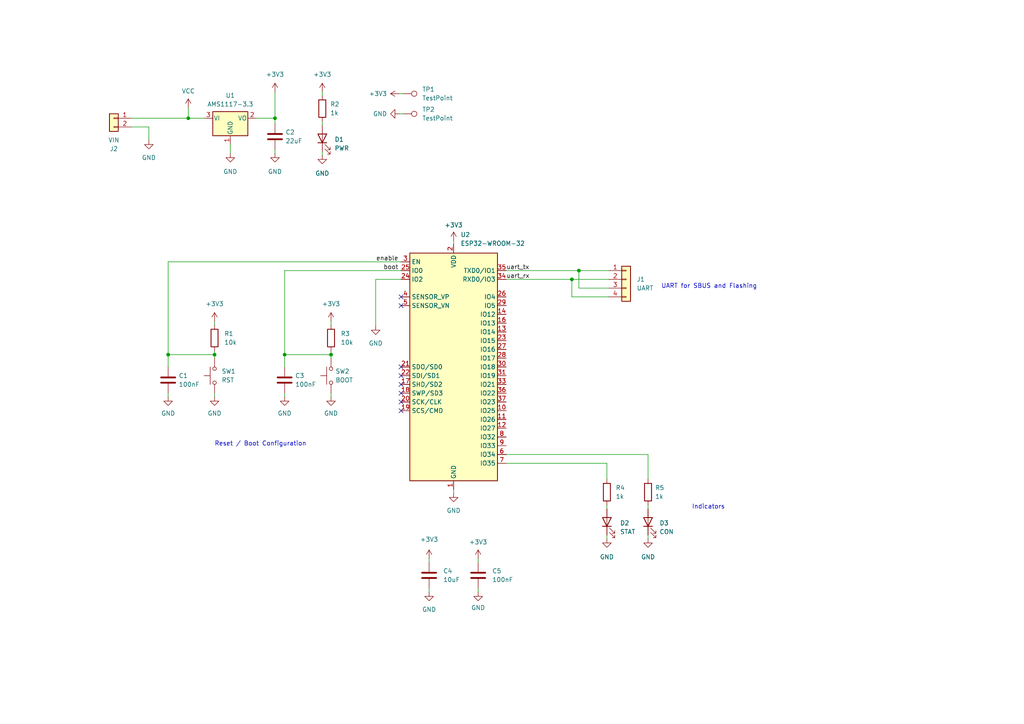
<source format=kicad_sch>
(kicad_sch (version 20230121) (generator eeschema)
  (paper "A4")
  (title_block (title "Gamepad RC Stack") (date "2023-04-30") (rev "A") (comment 1 "Author: Natesh Narain"))
  (lib_symbols
    (symbol "Connector:TestPoint" (pin_numbers hide) (pin_names (offset 0.762) hide)
      (property "Reference" "TP" (at 0 6.858 0))
      (property "Value" "TestPoint" (at 0 5.08 0))
      (symbol "TestPoint_0_1"
        (circle (center 0 3.302) (radius 0.762))
      )
      (symbol "TestPoint_1_1"
        (pin passive line (at 0 0 90) (length 2.54) (name "1") (number "1"))
      )
    )
    (symbol "Connector_Generic:Conn_01x02" (pin_names (offset 1.016) hide)
      (property "Reference" "J" (at 0 2.54 0))
      (property "Value" "Conn_01x02" (at 0 -5.08 0))
      (symbol "Conn_01x02_1_1"
        (rectangle (start -1.27 -2.413) (end 0 -2.667) (stroke (width 0.1524)))
        (rectangle (start -1.27 0.127) (end 0 -0.127) (stroke (width 0.1524)))
        (rectangle (start -1.27 1.27) (end 1.27 -3.81) (stroke (width 0.254)) (fill (type background)))
        (pin passive line (at -5.08 0 0) (length 3.81) (name "Pin_1") (number "1"))
        (pin passive line (at -5.08 -2.54 0) (length 3.81) (name "Pin_2") (number "2"))
      )
    )
    (symbol "Connector_Generic:Conn_01x04" (pin_names (offset 1.016) hide)
      (property "Reference" "J" (at 0 5.08 0))
      (property "Value" "Conn_01x04" (at 0 -7.62 0))
      (symbol "Conn_01x04_1_1"
        (rectangle (start -1.27 -4.953) (end 0 -5.207) (stroke (width 0.1524)))
        (rectangle (start -1.27 -2.413) (end 0 -2.667) (stroke (width 0.1524)))
        (rectangle (start -1.27 0.127) (end 0 -0.127) (stroke (width 0.1524)))
        (rectangle (start -1.27 2.667) (end 0 2.413) (stroke (width 0.1524)))
        (rectangle (start -1.27 3.81) (end 1.27 -6.35) (stroke (width 0.254)) (fill (type background)))
        (pin passive line (at -5.08 2.54 0) (length 3.81) (name "Pin_1") (number "1"))
        (pin passive line (at -5.08 0 0) (length 3.81) (name "Pin_2") (number "2"))
        (pin passive line (at -5.08 -2.54 0) (length 3.81) (name "Pin_3") (number "3"))
        (pin passive line (at -5.08 -5.08 0) (length 3.81) (name "Pin_4") (number "4"))
      )
    )
    (symbol "Device:C" (pin_numbers hide) (pin_names (offset 0.254))
      (property "Reference" "C" (at 0.635 2.54 0))
      (property "Value" "C" (at 0.635 -2.54 0))
      (symbol "C_0_1"
        (polyline (pts (xy -2.032 -0.762) (xy 2.032 -0.762)) (stroke (width 0.508)))
        (polyline (pts (xy -2.032 0.762) (xy 2.032 0.762)) (stroke (width 0.508)))
      )
      (symbol "C_1_1"
        (pin passive line (at 0 3.81 270) (length 2.794) (name "~") (number "1"))
        (pin passive line (at 0 -3.81 90) (length 2.794) (name "~") (number "2"))
      )
    )
    (symbol "Device:LED" (pin_numbers hide) (pin_names (offset 1.016) hide)
      (property "Reference" "D" (at 0 2.54 0))
      (property "Value" "LED" (at 0 -2.54 0))
      (symbol "LED_0_1"
        (polyline (pts (xy -1.27 -1.27) (xy -1.27 1.27)) (stroke (width 0.254)))
        (polyline (pts (xy -1.27 0) (xy 1.27 0)))
        (polyline (pts (xy 1.27 -1.27) (xy 1.27 1.27) (xy -1.27 0) (xy 1.27 -1.27)) (stroke (width 0.254)))
        (polyline (pts (xy -3.048 -0.762) (xy -4.572 -2.286) (xy -3.81 -2.286) (xy -4.572 -2.286) (xy -4.572 -1.524)))
        (polyline (pts (xy -1.778 -0.762) (xy -3.302 -2.286) (xy -2.54 -2.286) (xy -3.302 -2.286) (xy -3.302 -1.524)))
      )
      (symbol "LED_1_1"
        (pin passive line (at -3.81 0 0) (length 2.54) (name "K") (number "1"))
        (pin passive line (at 3.81 0 180) (length 2.54) (name "A") (number "2"))
      )
    )
    (symbol "Device:R" (pin_numbers hide) (pin_names (offset 0))
      (property "Reference" "R" (at 2.032 0 90))
      (property "Value" "R" (at 0 0 90))
      (symbol "R_0_1"
        (rectangle (start -1.016 -2.54) (end 1.016 2.54) (stroke (width 0.254)))
      )
      (symbol "R_1_1"
        (pin passive line (at 0 3.81 270) (length 1.27) (name "~") (number "1"))
        (pin passive line (at 0 -3.81 90) (length 1.27) (name "~") (number "2"))
      )
    )
    (symbol "GND_1" (power) (pin_names (offset 0))
      (property "Value" "GND_1" (at 0 -3.81 0))
      (symbol "GND_1_0_1"
        (polyline (pts (xy 0 0) (xy 0 -1.27) (xy 1.27 -1.27) (xy 0 -2.54) (xy -1.27 -1.27) (xy 0 -1.27)))
      )
      (symbol "GND_1_1_1"
        (pin power_in line (at 0 0 270) (length 0) hide (name "GND") (number "1"))
      )
    )
    (symbol "RF_Module:ESP32-WROOM-32"
      (property "Reference" "U?" (at 2.0194 38.354 0))
      (property "Value" "ESP32-WROOM-32" (at 2.0194 35.814 0))
      (symbol "ESP32-WROOM-32_0_1"
        (rectangle (start -12.7 33.02) (end 12.7 -33.02) (stroke (width 0.254)) (fill (type background)))
      )
      (symbol "ESP32-WROOM-32_1_1"
        (pin power_in line (at 0 -35.56 90) (length 2.54) (name "GND") (number "1"))
        (pin bidirectional line (at 15.24 -12.7 180) (length 2.54) (name "IO25") (number "10"))
        (pin bidirectional line (at 15.24 -15.24 180) (length 2.54) (name "IO26") (number "11"))
        (pin bidirectional line (at 15.24 -17.78 180) (length 2.54) (name "IO27") (number "12"))
        (pin bidirectional line (at 15.24 10.16 180) (length 2.54) (name "IO14") (number "13"))
        (pin bidirectional line (at 15.24 15.24 180) (length 2.54) (name "IO12") (number "14"))
        (pin passive line (at 0 -35.56 90) (length 2.54) hide (name "GND") (number "15"))
        (pin bidirectional line (at 15.24 12.7 180) (length 2.54) (name "IO13") (number "16"))
        (pin bidirectional line (at -15.24 -5.08 0) (length 2.54) (name "SHD/SD2") (number "17"))
        (pin bidirectional line (at -15.24 -7.62 0) (length 2.54) (name "SWP/SD3") (number "18"))
        (pin bidirectional line (at -15.24 -12.7 0) (length 2.54) (name "SCS/CMD") (number "19"))
        (pin power_in line (at 0 35.56 270) (length 2.54) (name "VDD") (number "2"))
        (pin bidirectional line (at -15.24 -10.16 0) (length 2.54) (name "SCK/CLK") (number "20"))
        (pin bidirectional line (at -15.24 0 0) (length 2.54) (name "SDO/SD0") (number "21"))
        (pin bidirectional line (at -15.24 -2.54 0) (length 2.54) (name "SDI/SD1") (number "22"))
        (pin bidirectional line (at 15.24 7.62 180) (length 2.54) (name "IO15") (number "23"))
        (pin bidirectional line (at -15.24 25.4 0) (length 2.54) (name "IO2") (number "24"))
        (pin bidirectional line (at -15.24 27.94 0) (length 2.54) (name "IO0") (number "25"))
        (pin bidirectional line (at 15.24 20.32 180) (length 2.54) (name "IO4") (number "26"))
        (pin bidirectional line (at 15.24 5.08 180) (length 2.54) (name "IO16") (number "27"))
        (pin bidirectional line (at 15.24 2.54 180) (length 2.54) (name "IO17") (number "28"))
        (pin bidirectional line (at 15.24 17.78 180) (length 2.54) (name "IO5") (number "29"))
        (pin input line (at -15.24 30.48 0) (length 2.54) (name "EN") (number "3"))
        (pin bidirectional line (at 15.24 0 180) (length 2.54) (name "IO18") (number "30"))
        (pin bidirectional line (at 15.24 -2.54 180) (length 2.54) (name "IO19") (number "31"))
        (pin no_connect line (at -12.7 -27.94 0) (length 2.54) hide (name "NC") (number "32"))
        (pin bidirectional line (at 15.24 -5.08 180) (length 2.54) (name "IO21") (number "33"))
        (pin bidirectional line (at 15.24 25.4 180) (length 2.54) (name "RXD0/IO3") (number "34"))
        (pin bidirectional line (at 15.24 27.94 180) (length 2.54) (name "TXD0/IO1") (number "35"))
        (pin bidirectional line (at 15.24 -7.62 180) (length 2.54) (name "IO22") (number "36"))
        (pin bidirectional line (at 15.24 -10.16 180) (length 2.54) (name "IO23") (number "37"))
        (pin passive line (at 0 -35.56 90) (length 2.54) hide (name "GND") (number "38"))
        (pin passive line (at 0 -35.56 90) (length 2.54) hide (name "GND") (number "39"))
        (pin input line (at -15.24 20.32 0) (length 2.54) (name "SENSOR_VP") (number "4"))
        (pin input line (at -15.24 17.78 0) (length 2.54) (name "SENSOR_VN") (number "5"))
        (pin input line (at 15.24 -25.4 180) (length 2.54) (name "IO34") (number "6"))
        (pin input line (at 15.24 -27.94 180) (length 2.54) (name "IO35") (number "7"))
        (pin bidirectional line (at 15.24 -20.32 180) (length 2.54) (name "IO32") (number "8"))
        (pin bidirectional line (at 15.24 -22.86 180) (length 2.54) (name "IO33") (number "9"))
      )
    )
    (symbol "Regulator_Linear:AMS1117-3.3" (pin_names (offset 0.254))
      (property "Reference" "U" (at -3.81 3.175 0))
      (property "Value" "AMS1117-3.3" (at 0 3.175 0))
      (symbol "AMS1117-3.3_0_1"
        (rectangle (start -5.08 -5.08) (end 5.08 1.905) (stroke (width 0.254)) (fill (type background)))
      )
      (symbol "AMS1117-3.3_1_1"
        (pin power_in line (at 0 -7.62 90) (length 2.54) (name "GND") (number "1"))
        (pin power_out line (at 7.62 0 180) (length 2.54) (name "VO") (number "2"))
        (pin power_in line (at -7.62 0 0) (length 2.54) (name "VI") (number "3"))
      )
    )
    (symbol "Switch:SW_Push" (pin_numbers hide) (pin_names (offset 1.016) hide)
      (property "Reference" "SW" (at 1.27 2.54 0))
      (property "Value" "SW_Push" (at 0 -1.524 0))
      (symbol "SW_Push_0_1"
        (circle (center -2.032 0) (radius 0.508))
        (polyline (pts (xy 0 1.27) (xy 0 3.048)))
        (polyline (pts (xy 2.54 1.27) (xy -2.54 1.27)))
        (circle (center 2.032 0) (radius 0.508))
        (pin passive line (at -5.08 0 0) (length 2.54) (name "1") (number "1"))
        (pin passive line (at 5.08 0 180) (length 2.54) (name "2") (number "2"))
      )
    )
    (symbol "power:+3V3" (power) (pin_names (offset 0))
      (property "Value" "+3V3" (at 0 3.556 0))
      (symbol "+3V3_0_1"
        (polyline (pts (xy -0.762 1.27) (xy 0 2.54)))
        (polyline (pts (xy 0 0) (xy 0 2.54)))
        (polyline (pts (xy 0 2.54) (xy 0.762 1.27)))
      )
      (symbol "+3V3_1_1"
        (pin power_in line (at 0 0 90) (length 0) hide (name "+3V3") (number "1"))
      )
    )
    (symbol "power:GND" (power) (pin_names (offset 0))
      (property "Value" "GND" (at 0 -3.81 0))
      (symbol "GND_0_1"
        (polyline (pts (xy 0 0) (xy 0 -1.27) (xy 1.27 -1.27) (xy 0 -2.54) (xy -1.27 -1.27) (xy 0 -1.27)))
      )
      (symbol "GND_1_1"
        (pin power_in line (at 0 0 270) (length 0) hide (name "GND") (number "1"))
      )
    )
    (symbol "power:VCC" (power) (pin_names (offset 0))
      (property "Value" "VCC" (at 0 3.81 0))
      (symbol "VCC_0_1"
        (polyline (pts (xy -0.762 1.27) (xy 0 2.54)))
        (polyline (pts (xy 0 0) (xy 0 2.54)))
        (polyline (pts (xy 0 2.54) (xy 0.762 1.27)))
      )
      (symbol "VCC_1_1"
        (pin power_in line (at 0 0 90) (length 0) hide (name "VCC") (number "1"))
      )
    )
  )
  (junction (at 48.768 102.87))
  (junction (at 62.23 102.87))
  (junction (at 165.862 81.026))
  (junction (at 54.61 34.29))
  (junction (at 167.894 78.486))
  (junction (at 96.012 102.87))
  (junction (at 82.55 102.87))
  (junction (at 79.756 34.29))
  (no_connect (at 116.332 108.966))
  (no_connect (at 116.332 106.426))
  (no_connect (at 116.332 114.046))
  (no_connect (at 116.332 116.586))
  (no_connect (at 116.332 111.506))
  (no_connect (at 116.332 86.106))
  (no_connect (at 116.332 88.646))
  (no_connect (at 116.332 119.126))
  (wire (pts (xy 96.012 93.218) (xy 96.012 94.234)))
  (wire (pts (xy 62.23 101.854) (xy 62.23 102.87)))
  (wire (pts (xy 74.422 34.29) (xy 79.756 34.29)))
  (wire (pts (xy 54.61 34.29) (xy 54.61 31.242)))
  (wire (pts (xy 176.53 83.566) (xy 167.894 83.566)))
  (wire (pts (xy 62.23 102.87) (xy 62.23 103.886)))
  (wire (pts (xy 66.802 41.91) (xy 66.802 44.45)))
  (wire (pts (xy 124.46 162.052) (xy 124.46 163.068)))
  (wire (pts (xy 48.768 114.046) (xy 48.768 115.062)))
  (wire (pts (xy 108.966 81.026) (xy 108.966 94.488)))
  (wire (pts (xy 187.96 146.558) (xy 187.96 147.574)))
  (wire (pts (xy 79.756 26.67) (xy 79.756 34.29)))
  (wire (pts (xy 187.96 155.194) (xy 187.96 156.21)))
  (wire (pts (xy 138.684 170.688) (xy 138.684 171.704)))
  (wire (pts (xy 82.55 78.486) (xy 82.55 102.87)))
  (wire (pts (xy 146.812 131.826) (xy 187.96 131.826)))
  (wire (pts (xy 146.812 78.486) (xy 167.894 78.486)))
  (wire (pts (xy 48.768 75.946) (xy 116.332 75.946)))
  (wire (pts (xy 176.53 86.106) (xy 165.862 86.106)))
  (wire (pts (xy 96.012 101.854) (xy 96.012 102.87)))
  (wire (pts (xy 48.768 75.946) (xy 48.768 102.87)))
  (wire (pts (xy 48.768 102.87) (xy 62.23 102.87)))
  (wire (pts (xy 79.756 34.29) (xy 79.756 35.814)))
  (wire (pts (xy 131.572 141.986) (xy 131.572 143.002)))
  (wire (pts (xy 165.862 81.026) (xy 176.53 81.026)))
  (wire (pts (xy 62.23 93.218) (xy 62.23 94.234)))
  (wire (pts (xy 43.18 36.83) (xy 43.18 40.64)))
  (wire (pts (xy 187.96 131.826) (xy 187.96 138.938)))
  (wire (pts (xy 146.812 81.026) (xy 165.862 81.026)))
  (wire (pts (xy 167.894 83.566) (xy 167.894 78.486)))
  (wire (pts (xy 79.756 43.434) (xy 79.756 44.45)))
  (wire (pts (xy 124.46 170.688) (xy 124.46 171.704)))
  (wire (pts (xy 82.55 78.486) (xy 116.332 78.486)))
  (wire (pts (xy 176.022 146.558) (xy 176.022 147.574)))
  (wire (pts (xy 38.1 34.29) (xy 54.61 34.29)))
  (wire (pts (xy 38.1 36.83) (xy 43.18 36.83)))
  (wire (pts (xy 176.022 155.194) (xy 176.022 156.21)))
  (wire (pts (xy 116.332 81.026) (xy 108.966 81.026)))
  (wire (pts (xy 96.012 102.87) (xy 96.012 103.886)))
  (wire (pts (xy 165.862 86.106) (xy 165.862 81.026)))
  (wire (pts (xy 59.182 34.29) (xy 54.61 34.29)))
  (wire (pts (xy 93.472 35.306) (xy 93.472 36.322)))
  (wire (pts (xy 115.824 33.02) (xy 116.84 33.02)))
  (wire (pts (xy 62.23 114.046) (xy 62.23 115.062)))
  (wire (pts (xy 138.684 162.052) (xy 138.684 163.068)))
  (wire (pts (xy 115.824 27.178) (xy 116.84 27.178)))
  (wire (pts (xy 176.022 134.366) (xy 176.022 138.938)))
  (wire (pts (xy 131.572 69.85) (xy 131.572 70.866)))
  (wire (pts (xy 167.894 78.486) (xy 176.53 78.486)))
  (wire (pts (xy 96.012 114.046) (xy 96.012 115.062)))
  (wire (pts (xy 82.55 114.046) (xy 82.55 115.062)))
  (wire (pts (xy 82.55 106.426) (xy 82.55 102.87)))
  (wire (pts (xy 82.55 102.87) (xy 96.012 102.87)))
  (wire (pts (xy 48.768 106.426) (xy 48.768 102.87)))
  (wire (pts (xy 146.812 134.366) (xy 176.022 134.366)))
  (wire (pts (xy 93.472 43.942) (xy 93.472 44.958)))
  (wire (pts (xy 93.472 26.67) (xy 93.472 27.686)))
  (text "UART for SBUS and Flashing" (at 191.77 83.82 0) (effects (font (size 1.27 1.27)) (justify left bottom)))
  (text "Indicators" (at 200.66 147.828 0) (effects (font (size 1.27 1.27)) (justify left bottom)))
  (text "Reset / Boot Configuration" (at 88.9 129.54 0) (effects (font (size 1.27 1.27)) (justify right bottom)))
  (label "boot" (at 115.57 78.486 180))
  (label "uart_tx" (at 146.812 78.486 0))
  (label "enable" (at 115.57 75.946 180))
  (label "uart_rx" (at 146.812 81.026 0))
  (symbol (lib_id "power:GND") (at 48.768 115.062 0) (unit 1)
    (property "Reference" "#PWR03" (effects hide))
    (property "Value" "GND" (at 48.768 119.888 0))
  )
  (symbol (lib_id "power:GND") (at 108.966 94.488 0) (unit 1)
    (property "Reference" "#PWR014" (effects hide))
    (property "Value" "GND" (at 108.966 99.568 0))
  )
  (symbol (lib_id "power:+3V3") (at 96.012 93.218 0) (unit 1)
    (property "Reference" "#PWR012" (effects hide))
    (property "Value" "+3V3" (at 96.012 88.138 0))
  )
  (symbol (lib_id "Switch:SW_Push") (at 96.012 108.966 90) (unit 1)
    (property "Reference" "SW2" (at 97.282 107.6959 90) (effects (justify right)))
    (property "Value" "BOOT" (at 97.282 110.2359 90) (effects (justify right)))
    (property "Footprint" "tactile_switches:TS-1088-AR02016" (effects hide))
    (property "LCSC" "C720477" (effects hide))
  )
  (symbol (lib_id "power:+3V3") (at 124.46 162.052 0) (unit 1)
    (property "Reference" "#PWR015" (effects hide))
    (property "Value" "+3V3" (at 124.46 156.464 0))
  )
  (symbol (lib_id "power:+3V3") (at 138.684 162.052 0) (unit 1)
    (property "Reference" "#PWR019" (effects hide))
    (property "Value" "+3V3" (at 138.684 157.226 0))
  )
  (symbol (lib_id "Device:LED") (at 93.472 40.132 90) (unit 1)
    (property "Reference" "D1" (at 97.028 40.4495 90) (effects (justify right)))
    (property "Value" "PWR" (at 97.028 42.9895 90) (effects (justify right)))
    (property "Footprint" "LED_SMD:LED_0603_1608Metric" (effects hide))
    (property "LCSC" "C2286" (effects hide))
  )
  (symbol (lib_id "Connector:TestPoint") (at 116.84 27.178 270) (unit 1)
    (property "Reference" "TP1" (at 122.428 25.9079 90) (effects (justify left)))
    (property "Value" "TestPoint" (at 122.428 28.4479 90) (effects (justify left)))
    (property "Footprint" "TestPoint:TestPoint_Pad_1.0x1.0mm" (effects hide))
  )
  (symbol (lib_id "power:GND") (at 131.572 143.002 0) (unit 1)
    (property "Reference" "#PWR018" (effects hide))
    (property "Value" "GND" (at 131.572 148.082 0))
  )
  (symbol (lib_id "power:VCC") (at 54.61 31.242 0) (unit 1)
    (property "Reference" "#PWR01" (effects hide))
    (property "Value" "VCC" (at 54.61 26.416 0))
  )
  (symbol (lib_id "power:GND") (at 115.824 33.02 270) (unit 1)
    (property "Reference" "#PWR011" (effects hide))
    (property "Value" "GND" (at 112.268 33.0199 90) (effects (justify right)))
  )
  (symbol (lib_id "Device:R") (at 93.472 31.496 0) (unit 1)
    (property "Reference" "R2" (at 95.758 30.2259 0) (effects (justify left)))
    (property "Value" "1k" (at 95.758 32.7659 0) (effects (justify left)))
    (property "Footprint" "Resistor_SMD:R_0402_1005Metric" (effects hide))
    (property "LCSC" "C25543" (effects hide))
  )
  (symbol (lib_id "power:+3V3") (at 93.472 26.67 0) (unit 1)
    (property "Reference" "#PWR07" (effects hide))
    (property "Value" "+3V3" (at 93.472 21.59 0))
  )
  (symbol (lib_id "Switch:SW_Push") (at 62.23 108.966 90) (unit 1)
    (property "Reference" "SW1" (at 64.262 107.6959 90) (effects (justify right)))
    (property "Value" "RST" (at 64.262 110.2359 90) (effects (justify right)))
    (property "Footprint" "tactile_switches:TS-1088-AR02016" (effects hide))
    (property "LCSC" "C720477" (effects hide))
  )
  (symbol (lib_id "Connector_Generic:Conn_01x04") (at 181.61 81.026 0) (unit 1)
    (property "Reference" "J1" (at 184.658 81.0259 0) (effects (justify left)))
    (property "Value" "UART" (at 184.658 83.5659 0) (effects (justify left)))
    (property "Footprint" "Connector_PinHeader_2.54mm:PinHeader_1x04_P2.54mm_Vertical" (effects hide))
  )
  (symbol (lib_id "Device:LED") (at 176.022 151.384 90) (unit 1)
    (property "Reference" "D2" (at 179.832 151.7014 90) (effects (justify right)))
    (property "Value" "STAT" (at 179.832 154.2414 90) (effects (justify right)))
    (property "Footprint" "LED_SMD:LED_0603_1608Metric" (effects hide))
    (property "LCSC" "C72043" (effects hide))
  )
  (symbol (lib_id "power:GND") (at 176.022 156.21 0) (unit 1)
    (property "Reference" "#PWR021" (effects hide))
    (property "Value" "GND" (at 176.022 161.544 0))
  )
  (symbol (lib_id "Device:R") (at 62.23 98.044 0) (unit 1)
    (property "Reference" "R1" (at 65.024 96.7739 0) (effects (justify left)))
    (property "Value" "10k" (at 65.024 99.3139 0) (effects (justify left)))
    (property "Footprint" "Resistor_SMD:R_0402_1005Metric" (effects hide))
    (property "LCSC" "C25744" (effects hide))
  )
  (symbol (lib_id "power:GND") (at 138.684 171.704 0) (unit 1)
    (property "Reference" "#PWR020" (effects hide))
    (property "Value" "GND" (at 138.684 176.276 0))
  )
  (symbol (lib_id "power:GND") (at 96.012 115.062 0) (unit 1)
    (property "Reference" "#PWR013" (effects hide))
    (property "Value" "GND" (at 96.012 119.888 0))
  )
  (symbol (lib_id "Device:R") (at 187.96 142.748 0) (unit 1)
    (property "Reference" "R5" (at 189.992 141.4779 0) (effects (justify left)))
    (property "Value" "1k" (at 189.992 144.0179 0) (effects (justify left)))
    (property "Footprint" "Resistor_SMD:R_0402_1005Metric" (effects hide))
    (property "LCSC" "C25543" (effects hide))
  )
  (symbol (lib_id "Device:C") (at 138.684 166.878 0) (unit 1)
    (property "Reference" "C5" (at 142.748 165.6079 0) (effects (justify left)))
    (property "Value" "100nF" (at 142.748 168.1479 0) (effects (justify left)))
    (property "Footprint" "Capacitor_SMD:C_0402_1005Metric" (effects hide))
    (property "LCSC" "C307331" (effects hide))
  )
  (symbol (lib_id "power:GND") (at 187.96 156.21 0) (unit 1)
    (property "Reference" "#PWR022" (effects hide))
    (property "Value" "GND" (at 187.96 161.544 0))
  )
  (symbol (lib_id "power:+3V3") (at 79.756 26.67 0) (unit 1)
    (property "Reference" "#PWR023" (effects hide))
    (property "Value" "+3V3" (at 79.756 21.59 0))
  )
  (symbol (lib_id "Connector:TestPoint") (at 116.84 33.02 270) (unit 1)
    (property "Reference" "TP2" (at 122.428 31.7499 90) (effects (justify left)))
    (property "Value" "TestPoint" (at 122.428 34.2899 90) (effects (justify left)))
    (property "Footprint" "TestPoint:TestPoint_Pad_1.0x1.0mm" (effects hide))
  )
  (symbol (lib_id "power:+3V3") (at 131.572 69.85 0) (unit 1)
    (property "Reference" "#PWR017" (effects hide))
    (property "Value" "+3V3" (at 131.572 65.278 0))
  )
  (symbol (lib_name "GND_1") (lib_id "power:GND") (at 43.18 40.64 0) (unit 1)
    (property "Reference" "#PWR024" (effects hide))
    (property "Value" "GND" (at 43.18 45.72 0))
  )
  (symbol (lib_id "power:GND") (at 79.756 44.45 0) (unit 1)
    (property "Reference" "#PWR04" (effects hide))
    (property "Value" "GND" (at 79.756 49.784 0))
  )
  (symbol (lib_id "power:+3V3") (at 115.824 27.178 90) (unit 1)
    (property "Reference" "#PWR010" (effects hide))
    (property "Value" "+3V3" (at 112.268 27.1779 90) (effects (justify left)))
  )
  (symbol (lib_id "Device:R") (at 96.012 98.044 0) (unit 1)
    (property "Reference" "R3" (at 98.806 96.7739 0) (effects (justify left)))
    (property "Value" "10k" (at 98.806 99.3139 0) (effects (justify left)))
    (property "Footprint" "Resistor_SMD:R_0402_1005Metric" (effects hide))
    (property "LCSC" "C25744" (effects hide))
  )
  (symbol (lib_id "Connector_Generic:Conn_01x02") (at 33.02 34.29 0) (mirror y) (unit 1)
    (property "Reference" "J2" (at 33.02 43.18 0))
    (property "Value" "VIN" (at 33.02 40.64 0))
    (property "Footprint" "Connector_PinHeader_2.54mm:PinHeader_1x02_P2.54mm_Vertical" (effects hide))
  )
  (symbol (lib_id "power:GND") (at 124.46 171.704 0) (unit 1)
    (property "Reference" "#PWR016" (effects hide))
    (property "Value" "GND" (at 124.46 176.784 0))
  )
  (symbol (lib_id "power:GND") (at 66.802 44.45 0) (unit 1)
    (property "Reference" "#PWR02" (effects hide))
    (property "Value" "GND" (at 66.802 49.784 0))
  )
  (symbol (lib_id "power:+3V3") (at 62.23 93.218 0) (unit 1)
    (property "Reference" "#PWR05" (effects hide))
    (property "Value" "+3V3" (at 62.23 88.138 0))
  )
  (symbol (lib_id "power:GND") (at 93.472 44.958 0) (unit 1)
    (property "Reference" "#PWR08" (effects hide))
    (property "Value" "GND" (at 93.472 50.292 0))
  )
  (symbol (lib_id "Device:C") (at 124.46 166.878 0) (unit 1)
    (property "Reference" "C4" (at 128.524 165.6079 0) (effects (justify left)))
    (property "Value" "10uF" (at 128.524 168.1479 0) (effects (justify left)))
    (property "Footprint" "Capacitor_SMD:C_0402_1005Metric" (effects hide))
    (property "LCSC" "C15525" (effects hide))
  )
  (symbol (lib_id "Device:LED") (at 187.96 151.384 90) (unit 1)
    (property "Reference" "D3" (at 191.262 151.7014 90) (effects (justify right)))
    (property "Value" "CON" (at 191.262 154.2414 90) (effects (justify right)))
    (property "Footprint" "LED_SMD:LED_0603_1608Metric" (effects hide))
    (property "LCSC" "C72041" (effects hide))
  )
  (symbol (lib_id "Regulator_Linear:AMS1117-3.3") (at 66.802 34.29 0) (unit 1)
    (property "Reference" "U1" (at 66.802 27.686 0))
    (property "Value" "AMS1117-3.3" (at 66.802 30.226 0))
    (property "Footprint" "Package_TO_SOT_SMD:SOT-223-3_TabPin2" (effects hide))
    (property "Datasheet" "http://www.advanced-monolithic.com/pdf/ds1117.pdf" (effects hide))
    (property "LCSC" "C6186" (effects hide))
  )
  (symbol (lib_id "Device:R") (at 176.022 142.748 0) (unit 1)
    (property "Reference" "R4" (at 178.562 141.4779 0) (effects (justify left)))
    (property "Value" "1k" (at 178.562 144.0179 0) (effects (justify left)))
    (property "Footprint" "Resistor_SMD:R_0402_1005Metric" (effects hide))
    (property "LCSC" "C25543" (effects hide))
  )
  (symbol (lib_id "power:GND") (at 82.55 115.062 0) (unit 1)
    (property "Reference" "#PWR09" (effects hide))
    (property "Value" "GND" (at 82.55 119.888 0))
  )
  (symbol (lib_id "Device:C") (at 48.768 110.236 0) (unit 1)
    (property "Reference" "C1" (at 51.816 108.9659 0) (effects (justify left)))
    (property "Value" "100nF" (at 51.816 111.5059 0) (effects (justify left)))
    (property "Footprint" "Capacitor_SMD:C_0402_1005Metric" (effects hide))
    (property "LCSC" "C307331" (effects hide))
  )
  (symbol (lib_id "Device:C") (at 82.55 110.236 0) (unit 1)
    (property "Reference" "C3" (at 85.598 108.9659 0) (effects (justify left)))
    (property "Value" "100nF" (at 85.598 111.5059 0) (effects (justify left)))
    (property "Footprint" "Capacitor_SMD:C_0402_1005Metric" (effects hide))
    (property "LCSC" "C307331" (effects hide))
  )
  (symbol (lib_id "power:GND") (at 62.23 115.062 0) (unit 1)
    (property "Reference" "#PWR06" (effects hide))
    (property "Value" "GND" (at 62.23 119.888 0))
  )
  (symbol (lib_id "RF_Module:ESP32-WROOM-32") (at 131.572 106.426 0) (unit 1)
    (property "Reference" "U2" (at 133.5914 68.072 0) (effects (justify left)))
    (property "Value" "ESP32-WROOM-32" (at 133.5914 70.612 0) (effects (justify left)))
    (property "Footprint" "RF_Module:ESP32-WROOM-32" (effects hide))
    (property "Datasheet" "https://www.espressif.com/sites/default/files/documentation/esp32-wroom-32_datasheet_en.pdf" (effects hide))
    (property "LCSC" "C82899" (effects hide))
  )
  (symbol (lib_id "Device:C") (at 79.756 39.624 0) (unit 1)
    (property "Reference" "C2" (at 82.804 38.3539 0) (effects (justify left)))
    (property "Value" "22uF" (at 82.804 40.8939 0) (effects (justify left)))
    (property "Footprint" "Capacitor_Tantalum_SMD:CP_EIA-3216-18_Kemet-A" (effects hide))
    (property "LCSC" "C116575" (effects hide))
  )
)
</source>
